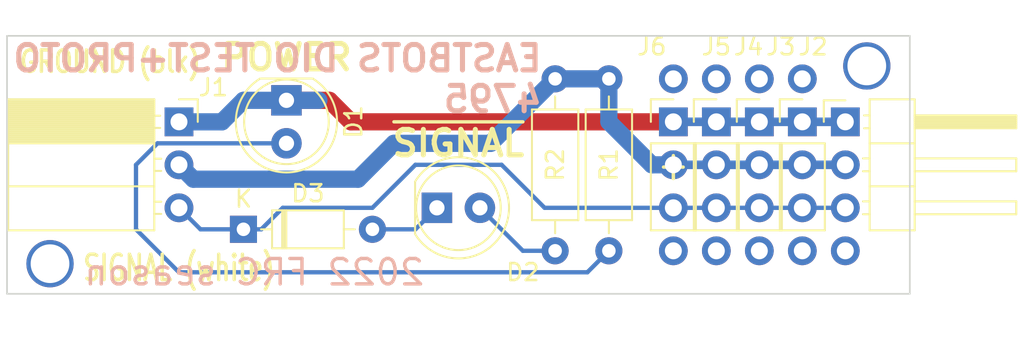
<source format=kicad_pcb>
(kicad_pcb (version 20171130) (host pcbnew 5.1.10-6.fc33)

  (general
    (thickness 1.5748)
    (drawings 15)
    (tracks 42)
    (zones 0)
    (modules 16)
    (nets 7)
  )

  (page A4)
  (layers
    (0 F.Cu signal)
    (31 B.Cu signal)
    (32 B.Adhes user)
    (33 F.Adhes user)
    (34 B.Paste user)
    (35 F.Paste user)
    (36 B.SilkS user)
    (37 F.SilkS user)
    (38 B.Mask user)
    (39 F.Mask user)
    (40 Dwgs.User user)
    (41 Cmts.User user)
    (42 Eco1.User user)
    (43 Eco2.User user)
    (44 Edge.Cuts user)
    (45 Margin user)
    (46 B.CrtYd user)
    (47 F.CrtYd user)
    (48 B.Fab user)
    (49 F.Fab user)
  )

  (setup
    (last_trace_width 0.254)
    (user_trace_width 0.254)
    (user_trace_width 0.508)
    (user_trace_width 0.762)
    (user_trace_width 1.016)
    (user_trace_width 1.27)
    (trace_clearance 0.254)
    (zone_clearance 0.508)
    (zone_45_only no)
    (trace_min 0.254)
    (via_size 0.7874)
    (via_drill 0.381)
    (via_min_size 0.7874)
    (via_min_drill 0.381)
    (uvia_size 0.7874)
    (uvia_drill 0.381)
    (uvias_allowed no)
    (uvia_min_size 0.381)
    (uvia_min_drill 0.1)
    (edge_width 0.1)
    (segment_width 0.2)
    (pcb_text_width 0.3)
    (pcb_text_size 1.5 1.5)
    (mod_edge_width 0.15)
    (mod_text_size 1 1)
    (mod_text_width 0.15)
    (pad_size 1.5 1.5)
    (pad_drill 0.6)
    (pad_to_mask_clearance 0)
    (solder_mask_min_width 0.25)
    (aux_axis_origin 0 0)
    (grid_origin 93.98 102.87)
    (visible_elements 7FFFFFFF)
    (pcbplotparams
      (layerselection 0x010f0_ffffffff)
      (usegerberextensions false)
      (usegerberattributes false)
      (usegerberadvancedattributes false)
      (creategerberjobfile false)
      (excludeedgelayer true)
      (linewidth 0.100000)
      (plotframeref false)
      (viasonmask false)
      (mode 1)
      (useauxorigin false)
      (hpglpennumber 1)
      (hpglpenspeed 20)
      (hpglpendiameter 15.000000)
      (psnegative false)
      (psa4output false)
      (plotreference true)
      (plotvalue true)
      (plotinvisibletext false)
      (padsonsilk false)
      (subtractmaskfromsilk false)
      (outputformat 1)
      (mirror false)
      (drillshape 0)
      (scaleselection 1)
      (outputdirectory "gbr"))
  )

  (net 0 "")
  (net 1 "Net-(D1-Pad2)")
  (net 2 Earth)
  (net 3 "Net-(D2-Pad1)")
  (net 4 "Net-(D2-Pad2)")
  (net 5 /signal)
  (net 6 +5V)

  (net_class Default "This is the default net class."
    (clearance 0.254)
    (trace_width 0.254)
    (via_dia 0.7874)
    (via_drill 0.381)
    (uvia_dia 0.7874)
    (uvia_drill 0.381)
    (diff_pair_width 0.254)
    (diff_pair_gap 0.2032)
    (add_net +5V)
    (add_net /signal)
    (add_net Earth)
    (add_net "Net-(D1-Pad2)")
    (add_net "Net-(D2-Pad1)")
    (add_net "Net-(D2-Pad2)")
  )

  (module sgt-footprints4:Proto_Straight_1x1 (layer F.Cu) (tedit 621969D1) (tstamp 6219D78C)
    (at 133.35 100.33)
    (descr "Through hole proto hole array, 1x03, 2.54mm pitch, single row")
    (tags "Through hole proto area THT 1x03 2.54mm single row")
    (fp_text reference REF** (at 0.508 -2.032) (layer F.SilkS) hide
      (effects (font (size 1 1) (thickness 0.15)))
    )
    (fp_text value Proto_Straight_1x1 (at 0.762 2.286) (layer F.Fab) hide
      (effects (font (size 1.016 1.016) (thickness 0.1524)))
    )
    (fp_text user %R (at 0 2.54 90) (layer F.Fab) hide
      (effects (font (size 1 1) (thickness 0.15)))
    )
    (fp_line (start 1.27 -1.27) (end -1.27 -1.27) (layer F.CrtYd) (width 0.05))
    (fp_line (start 1.27 1.27) (end 1.27 -1.27) (layer F.CrtYd) (width 0.05))
    (fp_line (start -1.27 1.27) (end 1.27 1.27) (layer F.CrtYd) (width 0.05))
    (fp_line (start -1.27 -1.27) (end -1.27 1.27) (layer F.CrtYd) (width 0.05))
    (fp_line (start -1.27 -0.635) (end -0.635 -1.27) (layer F.Fab) (width 0.1))
    (fp_line (start -1.27 1.27) (end -1.27 -0.635) (layer F.Fab) (width 0.1))
    (fp_line (start 1.27 1.27) (end -1.27 1.27) (layer F.Fab) (width 0.1))
    (fp_line (start 1.27 -1.27) (end 1.27 1.27) (layer F.Fab) (width 0.1))
    (fp_line (start -0.635 -1.27) (end 1.27 -1.27) (layer F.Fab) (width 0.1))
    (pad 1 thru_hole oval (at 0 0) (size 1.7 1.7) (drill 1) (layers *.Cu *.Mask))
    (model ${KISYS3DMOD}/Pin_Headers.3dshapes/Pin_Header_Straight_1x03_Pitch2.54mm.wrl
      (at (xyz 0 0 0))
      (scale (xyz 1 1 1))
      (rotate (xyz 0 0 0))
    )
  )

  (module sgt-footprints4:Proto_Straight_1x1 (layer F.Cu) (tedit 621969D1) (tstamp 6219D770)
    (at 135.89 100.33)
    (descr "Through hole proto hole array, 1x03, 2.54mm pitch, single row")
    (tags "Through hole proto area THT 1x03 2.54mm single row")
    (fp_text reference REF** (at 0.508 -2.032) (layer F.SilkS) hide
      (effects (font (size 1 1) (thickness 0.15)))
    )
    (fp_text value Proto_Straight_1x1 (at 0.762 2.286) (layer F.Fab) hide
      (effects (font (size 1.016 1.016) (thickness 0.1524)))
    )
    (fp_line (start -0.635 -1.27) (end 1.27 -1.27) (layer F.Fab) (width 0.1))
    (fp_line (start 1.27 -1.27) (end 1.27 1.27) (layer F.Fab) (width 0.1))
    (fp_line (start 1.27 1.27) (end -1.27 1.27) (layer F.Fab) (width 0.1))
    (fp_line (start -1.27 1.27) (end -1.27 -0.635) (layer F.Fab) (width 0.1))
    (fp_line (start -1.27 -0.635) (end -0.635 -1.27) (layer F.Fab) (width 0.1))
    (fp_line (start -1.27 -1.27) (end -1.27 1.27) (layer F.CrtYd) (width 0.05))
    (fp_line (start -1.27 1.27) (end 1.27 1.27) (layer F.CrtYd) (width 0.05))
    (fp_line (start 1.27 1.27) (end 1.27 -1.27) (layer F.CrtYd) (width 0.05))
    (fp_line (start 1.27 -1.27) (end -1.27 -1.27) (layer F.CrtYd) (width 0.05))
    (fp_text user %R (at 0 2.54 90) (layer F.Fab) hide
      (effects (font (size 1 1) (thickness 0.15)))
    )
    (pad 1 thru_hole oval (at 0 0) (size 1.7 1.7) (drill 1) (layers *.Cu *.Mask))
    (model ${KISYS3DMOD}/Pin_Headers.3dshapes/Pin_Header_Straight_1x03_Pitch2.54mm.wrl
      (at (xyz 0 0 0))
      (scale (xyz 1 1 1))
      (rotate (xyz 0 0 0))
    )
  )

  (module sgt-footprints4:Proto_Straight_1x1 (layer F.Cu) (tedit 621969D1) (tstamp 6219D6EC)
    (at 133.35 90.17)
    (descr "Through hole proto hole array, 1x03, 2.54mm pitch, single row")
    (tags "Through hole proto area THT 1x03 2.54mm single row")
    (fp_text reference REF** (at 0.508 -2.032) (layer F.SilkS) hide
      (effects (font (size 1 1) (thickness 0.15)))
    )
    (fp_text value Proto_Straight_1x1 (at 0.762 2.286) (layer F.Fab) hide
      (effects (font (size 1.016 1.016) (thickness 0.1524)))
    )
    (fp_text user %R (at 0 2.54 90) (layer F.Fab) hide
      (effects (font (size 1 1) (thickness 0.15)))
    )
    (fp_line (start 1.27 -1.27) (end -1.27 -1.27) (layer F.CrtYd) (width 0.05))
    (fp_line (start 1.27 1.27) (end 1.27 -1.27) (layer F.CrtYd) (width 0.05))
    (fp_line (start -1.27 1.27) (end 1.27 1.27) (layer F.CrtYd) (width 0.05))
    (fp_line (start -1.27 -1.27) (end -1.27 1.27) (layer F.CrtYd) (width 0.05))
    (fp_line (start -1.27 -0.635) (end -0.635 -1.27) (layer F.Fab) (width 0.1))
    (fp_line (start -1.27 1.27) (end -1.27 -0.635) (layer F.Fab) (width 0.1))
    (fp_line (start 1.27 1.27) (end -1.27 1.27) (layer F.Fab) (width 0.1))
    (fp_line (start 1.27 -1.27) (end 1.27 1.27) (layer F.Fab) (width 0.1))
    (fp_line (start -0.635 -1.27) (end 1.27 -1.27) (layer F.Fab) (width 0.1))
    (pad 1 thru_hole oval (at 0 0) (size 1.7 1.7) (drill 1) (layers *.Cu *.Mask))
    (model ${KISYS3DMOD}/Pin_Headers.3dshapes/Pin_Header_Straight_1x03_Pitch2.54mm.wrl
      (at (xyz 0 0 0))
      (scale (xyz 1 1 1))
      (rotate (xyz 0 0 0))
    )
  )

  (module Connector_PinHeader_2.54mm:PinHeader_1x03_P2.54mm_Vertical (layer F.Cu) (tedit 59FED5CC) (tstamp 6219CFD4)
    (at 133.35 92.71)
    (descr "Through hole straight pin header, 1x03, 2.54mm pitch, single row")
    (tags "Through hole pin header THT 1x03 2.54mm single row")
    (path /621A3E28)
    (fp_text reference J6 (at -1.27 -4.445) (layer F.SilkS)
      (effects (font (size 1 1) (thickness 0.15)))
    )
    (fp_text value Conn_01x03 (at 0.635 17.145) (layer F.Fab) hide
      (effects (font (size 1 1) (thickness 0.15)))
    )
    (fp_text user %R (at 0 2.54 90) (layer F.Fab)
      (effects (font (size 1 1) (thickness 0.15)))
    )
    (fp_line (start -0.635 -1.27) (end 1.27 -1.27) (layer F.Fab) (width 0.1))
    (fp_line (start 1.27 -1.27) (end 1.27 6.35) (layer F.Fab) (width 0.1))
    (fp_line (start 1.27 6.35) (end -1.27 6.35) (layer F.Fab) (width 0.1))
    (fp_line (start -1.27 6.35) (end -1.27 -0.635) (layer F.Fab) (width 0.1))
    (fp_line (start -1.27 -0.635) (end -0.635 -1.27) (layer F.Fab) (width 0.1))
    (fp_line (start -1.33 6.41) (end 1.33 6.41) (layer F.SilkS) (width 0.12))
    (fp_line (start -1.33 1.27) (end -1.33 6.41) (layer F.SilkS) (width 0.12))
    (fp_line (start 1.33 1.27) (end 1.33 6.41) (layer F.SilkS) (width 0.12))
    (fp_line (start -1.33 1.27) (end 1.33 1.27) (layer F.SilkS) (width 0.12))
    (fp_line (start -1.33 0) (end -1.33 -1.33) (layer F.SilkS) (width 0.12))
    (fp_line (start -1.33 -1.33) (end 0 -1.33) (layer F.SilkS) (width 0.12))
    (fp_line (start -1.8 -1.8) (end -1.8 6.85) (layer F.CrtYd) (width 0.05))
    (fp_line (start -1.8 6.85) (end 1.8 6.85) (layer F.CrtYd) (width 0.05))
    (fp_line (start 1.8 6.85) (end 1.8 -1.8) (layer F.CrtYd) (width 0.05))
    (fp_line (start 1.8 -1.8) (end -1.8 -1.8) (layer F.CrtYd) (width 0.05))
    (pad 3 thru_hole oval (at 0 5.08) (size 1.7 1.7) (drill 1) (layers *.Cu *.Mask)
      (net 5 /signal))
    (pad 2 thru_hole oval (at 0 2.54) (size 1.7 1.7) (drill 1) (layers *.Cu *.Mask)
      (net 6 +5V))
    (pad 1 thru_hole rect (at 0 0) (size 1.7 1.7) (drill 1) (layers *.Cu *.Mask)
      (net 2 Earth))
    (model ${KISYS3DMOD}/Connector_PinHeader_2.54mm.3dshapes/PinHeader_1x03_P2.54mm_Vertical.wrl
      (at (xyz 0 0 0))
      (scale (xyz 1 1 1))
      (rotate (xyz 0 0 0))
    )
  )

  (module Connector_PinHeader_2.54mm:PinHeader_1x03_P2.54mm_Vertical (layer F.Cu) (tedit 59FED5CC) (tstamp 6219CFBD)
    (at 135.89 92.71)
    (descr "Through hole straight pin header, 1x03, 2.54mm pitch, single row")
    (tags "Through hole pin header THT 1x03 2.54mm single row")
    (path /621A335F)
    (fp_text reference J5 (at 0 -4.445) (layer F.SilkS)
      (effects (font (size 1 1) (thickness 0.15)))
    )
    (fp_text value Conn_01x03 (at -1.27 15.875) (layer F.Fab) hide
      (effects (font (size 1 1) (thickness 0.15)))
    )
    (fp_text user %R (at 0 2.54 90) (layer F.Fab)
      (effects (font (size 1 1) (thickness 0.15)))
    )
    (fp_line (start -0.635 -1.27) (end 1.27 -1.27) (layer F.Fab) (width 0.1))
    (fp_line (start 1.27 -1.27) (end 1.27 6.35) (layer F.Fab) (width 0.1))
    (fp_line (start 1.27 6.35) (end -1.27 6.35) (layer F.Fab) (width 0.1))
    (fp_line (start -1.27 6.35) (end -1.27 -0.635) (layer F.Fab) (width 0.1))
    (fp_line (start -1.27 -0.635) (end -0.635 -1.27) (layer F.Fab) (width 0.1))
    (fp_line (start -1.33 6.41) (end 1.33 6.41) (layer F.SilkS) (width 0.12))
    (fp_line (start -1.33 1.27) (end -1.33 6.41) (layer F.SilkS) (width 0.12))
    (fp_line (start 1.33 1.27) (end 1.33 6.41) (layer F.SilkS) (width 0.12))
    (fp_line (start -1.33 1.27) (end 1.33 1.27) (layer F.SilkS) (width 0.12))
    (fp_line (start -1.33 0) (end -1.33 -1.33) (layer F.SilkS) (width 0.12))
    (fp_line (start -1.33 -1.33) (end 0 -1.33) (layer F.SilkS) (width 0.12))
    (fp_line (start -1.8 -1.8) (end -1.8 6.85) (layer F.CrtYd) (width 0.05))
    (fp_line (start -1.8 6.85) (end 1.8 6.85) (layer F.CrtYd) (width 0.05))
    (fp_line (start 1.8 6.85) (end 1.8 -1.8) (layer F.CrtYd) (width 0.05))
    (fp_line (start 1.8 -1.8) (end -1.8 -1.8) (layer F.CrtYd) (width 0.05))
    (pad 3 thru_hole oval (at 0 5.08) (size 1.7 1.7) (drill 1) (layers *.Cu *.Mask)
      (net 5 /signal))
    (pad 2 thru_hole oval (at 0 2.54) (size 1.7 1.7) (drill 1) (layers *.Cu *.Mask)
      (net 6 +5V))
    (pad 1 thru_hole rect (at 0 0) (size 1.7 1.7) (drill 1) (layers *.Cu *.Mask)
      (net 2 Earth))
    (model ${KISYS3DMOD}/Connector_PinHeader_2.54mm.3dshapes/PinHeader_1x03_P2.54mm_Vertical.wrl
      (at (xyz 0 0 0))
      (scale (xyz 1 1 1))
      (rotate (xyz 0 0 0))
    )
  )

  (module sgt-footprints4:Proto_Straight_1x03_Pitch2.54mm (layer F.Cu) (tedit 5CCA4A62) (tstamp 6219C44C)
    (at 135.89 90.17 90)
    (descr "Through hole proto hole array, 1x03, 2.54mm pitch, single row")
    (tags "Through hole proto area THT 1x03 2.54mm single row")
    (fp_text reference REF** (at 0 -2.33 90) (layer F.SilkS) hide
      (effects (font (size 1 1) (thickness 0.15)))
    )
    (fp_text value Proto_Straight_1x03_Pitch2.54mm (at 0 7.41 90) (layer F.Fab) hide
      (effects (font (size 1.016 1.016) (thickness 0.1524)))
    )
    (fp_line (start -0.635 -1.27) (end 1.27 -1.27) (layer F.Fab) (width 0.1))
    (fp_line (start 1.27 -1.27) (end 1.27 6.35) (layer F.Fab) (width 0.1))
    (fp_line (start 1.27 6.35) (end -1.27 6.35) (layer F.Fab) (width 0.1))
    (fp_line (start -1.27 6.35) (end -1.27 -0.635) (layer F.Fab) (width 0.1))
    (fp_line (start -1.27 -0.635) (end -0.635 -1.27) (layer F.Fab) (width 0.1))
    (fp_line (start -1.8 -1.8) (end -1.8 6.85) (layer F.CrtYd) (width 0.05))
    (fp_line (start -1.8 6.85) (end 1.8 6.85) (layer F.CrtYd) (width 0.05))
    (fp_line (start 1.8 6.85) (end 1.8 -1.8) (layer F.CrtYd) (width 0.05))
    (fp_line (start 1.8 -1.8) (end -1.8 -1.8) (layer F.CrtYd) (width 0.05))
    (fp_text user %R (at 0 2.54) (layer F.Fab)
      (effects (font (size 1 1) (thickness 0.15)))
    )
    (pad 1 thru_hole oval (at 0 0 90) (size 1.7 1.7) (drill 1) (layers *.Cu *.Mask))
    (pad 2 thru_hole oval (at 0 2.54 90) (size 1.7 1.7) (drill 1) (layers *.Cu *.Mask))
    (pad 3 thru_hole oval (at 0 5.08 90) (size 1.7 1.7) (drill 1) (layers *.Cu *.Mask))
    (model ${KISYS3DMOD}/Pin_Headers.3dshapes/Pin_Header_Straight_1x03_Pitch2.54mm.wrl
      (at (xyz 0 0 0))
      (scale (xyz 1 1 1))
      (rotate (xyz 0 0 0))
    )
  )

  (module sgt-footprints4:Proto_Straight_1x03_Pitch2.54mm (layer F.Cu) (tedit 5CCA4A62) (tstamp 6219C2DC)
    (at 138.43 100.33 90)
    (descr "Through hole proto hole array, 1x03, 2.54mm pitch, single row")
    (tags "Through hole proto area THT 1x03 2.54mm single row")
    (fp_text reference REF** (at 0 -2.33 90) (layer F.SilkS) hide
      (effects (font (size 1 1) (thickness 0.15)))
    )
    (fp_text value Proto_Straight_1x03_Pitch2.54mm (at 0 7.41 90) (layer F.Fab) hide
      (effects (font (size 1.016 1.016) (thickness 0.1524)))
    )
    (fp_text user %R (at 0 2.54) (layer F.Fab) hide
      (effects (font (size 1 1) (thickness 0.15)))
    )
    (fp_line (start -0.635 -1.27) (end 1.27 -1.27) (layer F.Fab) (width 0.1))
    (fp_line (start 1.27 -1.27) (end 1.27 6.35) (layer F.Fab) (width 0.1))
    (fp_line (start 1.27 6.35) (end -1.27 6.35) (layer F.Fab) (width 0.1))
    (fp_line (start -1.27 6.35) (end -1.27 -0.635) (layer F.Fab) (width 0.1))
    (fp_line (start -1.27 -0.635) (end -0.635 -1.27) (layer F.Fab) (width 0.1))
    (fp_line (start -1.8 -1.8) (end -1.8 6.85) (layer F.CrtYd) (width 0.05))
    (fp_line (start -1.8 6.85) (end 1.8 6.85) (layer F.CrtYd) (width 0.05))
    (fp_line (start 1.8 6.85) (end 1.8 -1.8) (layer F.CrtYd) (width 0.05))
    (fp_line (start 1.8 -1.8) (end -1.8 -1.8) (layer F.CrtYd) (width 0.05))
    (pad 3 thru_hole oval (at 0 5.08 90) (size 1.7 1.7) (drill 1) (layers *.Cu *.Mask))
    (pad 2 thru_hole oval (at 0 2.54 90) (size 1.7 1.7) (drill 1) (layers *.Cu *.Mask))
    (pad 1 thru_hole oval (at 0 0 90) (size 1.7 1.7) (drill 1) (layers *.Cu *.Mask))
    (model ${KISYS3DMOD}/Pin_Headers.3dshapes/Pin_Header_Straight_1x03_Pitch2.54mm.wrl
      (at (xyz 0 0 0))
      (scale (xyz 1 1 1))
      (rotate (xyz 0 0 0))
    )
  )

  (module LED_THT:LED_D5.0mm (layer F.Cu) (tedit 5995936A) (tstamp 5BF20E0B)
    (at 110.49 91.44 270)
    (descr "LED, diameter 5.0mm, 2 pins, http://cdn-reichelt.de/documents/datenblatt/A500/LL-504BC2E-009.pdf")
    (tags "LED diameter 5.0mm 2 pins")
    (path /5BE3B324)
    (fp_text reference D1 (at 1.27 -3.96 270) (layer F.SilkS)
      (effects (font (size 1 1) (thickness 0.15)))
    )
    (fp_text value YELLOW_5mm (at -5.08 0) (layer F.Fab)
      (effects (font (size 1 1) (thickness 0.15)))
    )
    (fp_circle (center 1.27 0) (end 3.77 0) (layer F.Fab) (width 0.1))
    (fp_circle (center 1.27 0) (end 3.77 0) (layer F.SilkS) (width 0.12))
    (fp_line (start -1.23 -1.469694) (end -1.23 1.469694) (layer F.Fab) (width 0.1))
    (fp_line (start -1.29 -1.545) (end -1.29 1.545) (layer F.SilkS) (width 0.12))
    (fp_line (start -1.95 -3.25) (end -1.95 3.25) (layer F.CrtYd) (width 0.05))
    (fp_line (start -1.95 3.25) (end 4.5 3.25) (layer F.CrtYd) (width 0.05))
    (fp_line (start 4.5 3.25) (end 4.5 -3.25) (layer F.CrtYd) (width 0.05))
    (fp_line (start 4.5 -3.25) (end -1.95 -3.25) (layer F.CrtYd) (width 0.05))
    (fp_text user %R (at 1.25 0 270) (layer F.Fab)
      (effects (font (size 0.8 0.8) (thickness 0.2)))
    )
    (fp_arc (start 1.27 0) (end -1.29 1.54483) (angle -148.9) (layer F.SilkS) (width 0.12))
    (fp_arc (start 1.27 0) (end -1.29 -1.54483) (angle 148.9) (layer F.SilkS) (width 0.12))
    (fp_arc (start 1.27 0) (end -1.23 -1.469694) (angle 299.1) (layer F.Fab) (width 0.1))
    (pad 2 thru_hole circle (at 2.54 0 270) (size 1.8 1.8) (drill 0.9) (layers *.Cu *.Mask)
      (net 1 "Net-(D1-Pad2)"))
    (pad 1 thru_hole rect (at 0 0 270) (size 1.8 1.8) (drill 0.9) (layers *.Cu *.Mask)
      (net 2 Earth))
    (model ${KISYS3DMOD}/LED_THT.3dshapes/LED_D5.0mm.wrl
      (at (xyz 0 0 0))
      (scale (xyz 1 1 1))
      (rotate (xyz 0 0 0))
    )
  )

  (module LED_THT:LED_D5.0mm (layer F.Cu) (tedit 5995936A) (tstamp 5BF20E1D)
    (at 119.38 97.79)
    (descr "LED, diameter 5.0mm, 2 pins, http://cdn-reichelt.de/documents/datenblatt/A500/LL-504BC2E-009.pdf")
    (tags "LED diameter 5.0mm 2 pins")
    (path /5BDCCCDE)
    (fp_text reference D2 (at 5.08 3.81) (layer F.SilkS)
      (effects (font (size 1 1) (thickness 0.15)))
    )
    (fp_text value RED_5mm (at 0 7.62) (layer F.Fab)
      (effects (font (size 1 1) (thickness 0.15)))
    )
    (fp_line (start 4.5 -3.25) (end -1.95 -3.25) (layer F.CrtYd) (width 0.05))
    (fp_line (start 4.5 3.25) (end 4.5 -3.25) (layer F.CrtYd) (width 0.05))
    (fp_line (start -1.95 3.25) (end 4.5 3.25) (layer F.CrtYd) (width 0.05))
    (fp_line (start -1.95 -3.25) (end -1.95 3.25) (layer F.CrtYd) (width 0.05))
    (fp_line (start -1.29 -1.545) (end -1.29 1.545) (layer F.SilkS) (width 0.12))
    (fp_line (start -1.23 -1.469694) (end -1.23 1.469694) (layer F.Fab) (width 0.1))
    (fp_circle (center 1.27 0) (end 3.77 0) (layer F.SilkS) (width 0.12))
    (fp_circle (center 1.27 0) (end 3.77 0) (layer F.Fab) (width 0.1))
    (fp_arc (start 1.27 0) (end -1.23 -1.469694) (angle 299.1) (layer F.Fab) (width 0.1))
    (fp_arc (start 1.27 0) (end -1.29 -1.54483) (angle 148.9) (layer F.SilkS) (width 0.12))
    (fp_arc (start 1.27 0) (end -1.29 1.54483) (angle -148.9) (layer F.SilkS) (width 0.12))
    (fp_text user %R (at 1.25 0) (layer F.Fab)
      (effects (font (size 0.8 0.8) (thickness 0.2)))
    )
    (pad 1 thru_hole rect (at 0 0) (size 1.8 1.8) (drill 0.9) (layers *.Cu *.Mask)
      (net 3 "Net-(D2-Pad1)"))
    (pad 2 thru_hole circle (at 2.54 0) (size 1.8 1.8) (drill 0.9) (layers *.Cu *.Mask)
      (net 4 "Net-(D2-Pad2)"))
    (model ${KISYS3DMOD}/LED_THT.3dshapes/LED_D5.0mm.wrl
      (at (xyz 0 0 0))
      (scale (xyz 1 1 1))
      (rotate (xyz 0 0 0))
    )
  )

  (module Diode_THT:D_DO-35_SOD27_P7.62mm_Horizontal (layer F.Cu) (tedit 5AE50CD5) (tstamp 5BF20E3C)
    (at 107.95 99.06)
    (descr "Diode, DO-35_SOD27 series, Axial, Horizontal, pin pitch=7.62mm, , length*diameter=4*2mm^2, , http://www.diodes.com/_files/packages/DO-35.pdf")
    (tags "Diode DO-35_SOD27 series Axial Horizontal pin pitch 7.62mm  length 4mm diameter 2mm")
    (path /5BE3A273)
    (fp_text reference D3 (at 3.81 -2.12) (layer F.SilkS)
      (effects (font (size 1 1) (thickness 0.15)))
    )
    (fp_text value 1N4148 (at 6.858 2.12) (layer F.Fab)
      (effects (font (size 1 1) (thickness 0.15)))
    )
    (fp_line (start 8.67 -1.25) (end -1.05 -1.25) (layer F.CrtYd) (width 0.05))
    (fp_line (start 8.67 1.25) (end 8.67 -1.25) (layer F.CrtYd) (width 0.05))
    (fp_line (start -1.05 1.25) (end 8.67 1.25) (layer F.CrtYd) (width 0.05))
    (fp_line (start -1.05 -1.25) (end -1.05 1.25) (layer F.CrtYd) (width 0.05))
    (fp_line (start 2.29 -1.12) (end 2.29 1.12) (layer F.SilkS) (width 0.12))
    (fp_line (start 2.53 -1.12) (end 2.53 1.12) (layer F.SilkS) (width 0.12))
    (fp_line (start 2.41 -1.12) (end 2.41 1.12) (layer F.SilkS) (width 0.12))
    (fp_line (start 6.58 0) (end 5.93 0) (layer F.SilkS) (width 0.12))
    (fp_line (start 1.04 0) (end 1.69 0) (layer F.SilkS) (width 0.12))
    (fp_line (start 5.93 -1.12) (end 1.69 -1.12) (layer F.SilkS) (width 0.12))
    (fp_line (start 5.93 1.12) (end 5.93 -1.12) (layer F.SilkS) (width 0.12))
    (fp_line (start 1.69 1.12) (end 5.93 1.12) (layer F.SilkS) (width 0.12))
    (fp_line (start 1.69 -1.12) (end 1.69 1.12) (layer F.SilkS) (width 0.12))
    (fp_line (start 2.31 -1) (end 2.31 1) (layer F.Fab) (width 0.1))
    (fp_line (start 2.51 -1) (end 2.51 1) (layer F.Fab) (width 0.1))
    (fp_line (start 2.41 -1) (end 2.41 1) (layer F.Fab) (width 0.1))
    (fp_line (start 7.62 0) (end 5.81 0) (layer F.Fab) (width 0.1))
    (fp_line (start 0 0) (end 1.81 0) (layer F.Fab) (width 0.1))
    (fp_line (start 5.81 -1) (end 1.81 -1) (layer F.Fab) (width 0.1))
    (fp_line (start 5.81 1) (end 5.81 -1) (layer F.Fab) (width 0.1))
    (fp_line (start 1.81 1) (end 5.81 1) (layer F.Fab) (width 0.1))
    (fp_line (start 1.81 -1) (end 1.81 1) (layer F.Fab) (width 0.1))
    (fp_text user %R (at 4.11 0) (layer F.Fab)
      (effects (font (size 0.8 0.8) (thickness 0.12)))
    )
    (fp_text user K (at 0 -1.8) (layer F.Fab)
      (effects (font (size 1 1) (thickness 0.15)))
    )
    (fp_text user K (at 0 -1.8) (layer F.SilkS)
      (effects (font (size 1 1) (thickness 0.15)))
    )
    (pad 1 thru_hole rect (at 0 0) (size 1.6 1.6) (drill 0.8) (layers *.Cu *.Mask)
      (net 5 /signal))
    (pad 2 thru_hole oval (at 7.62 0) (size 1.6 1.6) (drill 0.8) (layers *.Cu *.Mask)
      (net 3 "Net-(D2-Pad1)"))
    (model ${KISYS3DMOD}/Diode_THT.3dshapes/D_DO-35_SOD27_P7.62mm_Horizontal.wrl
      (at (xyz 0 0 0))
      (scale (xyz 1 1 1))
      (rotate (xyz 0 0 0))
    )
  )

  (module Connector_PinSocket_2.54mm:PinSocket_1x03_P2.54mm_Horizontal (layer F.Cu) (tedit 5C140FFB) (tstamp 5BF20E79)
    (at 104.14 92.71)
    (descr "Through hole angled socket strip, 1x03, 2.54mm pitch, 8.51mm socket length, single row (from Kicad 4.0.7), script generated")
    (tags "Through hole angled socket strip THT 1x03 2.54mm single row")
    (path /5BDCDC09)
    (fp_text reference J1 (at 2.032 -2.032) (layer F.SilkS)
      (effects (font (size 1 1) (thickness 0.15)))
    )
    (fp_text value Conn_01x03 (at -2.54 12.7) (layer F.Fab)
      (effects (font (size 1 1) (thickness 0.15)))
    )
    (fp_line (start 1.75 6.85) (end 1.75 -1.8) (layer F.CrtYd) (width 0.05))
    (fp_line (start -10.55 6.85) (end 1.75 6.85) (layer F.CrtYd) (width 0.05))
    (fp_line (start -10.55 -1.8) (end -10.55 6.85) (layer F.CrtYd) (width 0.05))
    (fp_line (start 1.75 -1.8) (end -10.55 -1.8) (layer F.CrtYd) (width 0.05))
    (fp_line (start 0 -1.33) (end 1.11 -1.33) (layer F.SilkS) (width 0.12))
    (fp_line (start 1.11 -1.33) (end 1.11 0) (layer F.SilkS) (width 0.12))
    (fp_line (start -10.09 -1.33) (end -10.09 6.41) (layer F.SilkS) (width 0.12))
    (fp_line (start -10.09 6.41) (end -1.46 6.41) (layer F.SilkS) (width 0.12))
    (fp_line (start -1.46 -1.33) (end -1.46 6.41) (layer F.SilkS) (width 0.12))
    (fp_line (start -10.09 -1.33) (end -1.46 -1.33) (layer F.SilkS) (width 0.12))
    (fp_line (start -10.09 3.81) (end -1.46 3.81) (layer F.SilkS) (width 0.12))
    (fp_line (start -10.09 1.27) (end -1.46 1.27) (layer F.SilkS) (width 0.12))
    (fp_line (start -1.46 5.44) (end -1.05 5.44) (layer F.SilkS) (width 0.12))
    (fp_line (start -1.46 4.72) (end -1.05 4.72) (layer F.SilkS) (width 0.12))
    (fp_line (start -1.46 2.9) (end -1.05 2.9) (layer F.SilkS) (width 0.12))
    (fp_line (start -1.46 2.18) (end -1.05 2.18) (layer F.SilkS) (width 0.12))
    (fp_line (start -1.46 0.36) (end -1.11 0.36) (layer F.SilkS) (width 0.12))
    (fp_line (start -1.46 -0.36) (end -1.11 -0.36) (layer F.SilkS) (width 0.12))
    (fp_line (start -10.09 1.1519) (end -1.46 1.1519) (layer F.SilkS) (width 0.12))
    (fp_line (start -10.09 1.033805) (end -1.46 1.033805) (layer F.SilkS) (width 0.12))
    (fp_line (start -10.09 0.91571) (end -1.46 0.91571) (layer F.SilkS) (width 0.12))
    (fp_line (start -10.09 0.797615) (end -1.46 0.797615) (layer F.SilkS) (width 0.12))
    (fp_line (start -10.09 0.67952) (end -1.46 0.67952) (layer F.SilkS) (width 0.12))
    (fp_line (start -10.09 0.561425) (end -1.46 0.561425) (layer F.SilkS) (width 0.12))
    (fp_line (start -10.09 0.44333) (end -1.46 0.44333) (layer F.SilkS) (width 0.12))
    (fp_line (start -10.09 0.325235) (end -1.46 0.325235) (layer F.SilkS) (width 0.12))
    (fp_line (start -10.09 0.20714) (end -1.46 0.20714) (layer F.SilkS) (width 0.12))
    (fp_line (start -10.09 0.089045) (end -1.46 0.089045) (layer F.SilkS) (width 0.12))
    (fp_line (start -10.09 -0.02905) (end -1.46 -0.02905) (layer F.SilkS) (width 0.12))
    (fp_line (start -10.09 -0.147145) (end -1.46 -0.147145) (layer F.SilkS) (width 0.12))
    (fp_line (start -10.09 -0.26524) (end -1.46 -0.26524) (layer F.SilkS) (width 0.12))
    (fp_line (start -10.09 -0.383335) (end -1.46 -0.383335) (layer F.SilkS) (width 0.12))
    (fp_line (start -10.09 -0.50143) (end -1.46 -0.50143) (layer F.SilkS) (width 0.12))
    (fp_line (start -10.09 -0.619525) (end -1.46 -0.619525) (layer F.SilkS) (width 0.12))
    (fp_line (start -10.09 -0.73762) (end -1.46 -0.73762) (layer F.SilkS) (width 0.12))
    (fp_line (start -10.09 -0.855715) (end -1.46 -0.855715) (layer F.SilkS) (width 0.12))
    (fp_line (start -10.09 -0.97381) (end -1.46 -0.97381) (layer F.SilkS) (width 0.12))
    (fp_line (start -10.09 -1.091905) (end -1.46 -1.091905) (layer F.SilkS) (width 0.12))
    (fp_line (start -10.09 -1.21) (end -1.46 -1.21) (layer F.SilkS) (width 0.12))
    (fp_line (start 0 5.38) (end 0 4.78) (layer F.Fab) (width 0.1))
    (fp_line (start -1.52 5.38) (end 0 5.38) (layer F.Fab) (width 0.1))
    (fp_line (start 0 4.78) (end -1.52 4.78) (layer F.Fab) (width 0.1))
    (fp_line (start 0 2.84) (end 0 2.24) (layer F.Fab) (width 0.1))
    (fp_line (start -1.52 2.84) (end 0 2.84) (layer F.Fab) (width 0.1))
    (fp_line (start 0 2.24) (end -1.52 2.24) (layer F.Fab) (width 0.1))
    (fp_line (start 0 0.3) (end 0 -0.3) (layer F.Fab) (width 0.1))
    (fp_line (start -1.52 0.3) (end 0 0.3) (layer F.Fab) (width 0.1))
    (fp_line (start 0 -0.3) (end -1.52 -0.3) (layer F.Fab) (width 0.1))
    (fp_line (start -10.03 6.35) (end -10.03 -1.27) (layer F.Fab) (width 0.1))
    (fp_line (start -1.52 6.35) (end -10.03 6.35) (layer F.Fab) (width 0.1))
    (fp_line (start -1.52 -0.3) (end -1.52 6.35) (layer F.Fab) (width 0.1))
    (fp_line (start -2.49 -1.27) (end -1.52 -0.3) (layer F.Fab) (width 0.1))
    (fp_line (start -10.03 -1.27) (end -2.49 -1.27) (layer F.Fab) (width 0.1))
    (fp_text user %R (at -5.775 2.54) (layer F.Fab)
      (effects (font (size 1 1) (thickness 0.15)))
    )
    (pad 1 thru_hole rect (at 0 0) (size 1.7 1.7) (drill 1) (layers *.Cu *.Mask)
      (net 2 Earth))
    (pad 2 thru_hole oval (at 0 2.54) (size 1.7 1.7) (drill 1) (layers *.Cu *.Mask)
      (net 6 +5V))
    (pad 3 thru_hole oval (at 0 5.08) (size 1.7 1.7) (drill 1) (layers *.Cu *.Mask)
      (net 5 /signal))
    (model ${KISYS3DMOD}/Connector_PinSocket_2.54mm.3dshapes/PinSocket_1x03_P2.54mm_Horizontal.wrl
      (at (xyz 0 0 0))
      (scale (xyz 1 1 1))
      (rotate (xyz 0 0 0))
    )
  )

  (module Connector_PinHeader_2.54mm:PinHeader_1x03_P2.54mm_Horizontal (layer F.Cu) (tedit 59FED5CB) (tstamp 5BF20EB9)
    (at 143.51 92.71)
    (descr "Through hole angled pin header, 1x03, 2.54mm pitch, 6mm pin length, single row")
    (tags "Through hole angled pin header THT 1x03 2.54mm single row")
    (path /5BDCE519)
    (fp_text reference J2 (at -1.905 -4.445) (layer F.SilkS)
      (effects (font (size 1 1) (thickness 0.15)))
    )
    (fp_text value Conn_01x03 (at 3.81 12.7) (layer F.Fab)
      (effects (font (size 1 1) (thickness 0.15)))
    )
    (fp_line (start 10.55 -1.8) (end -1.8 -1.8) (layer F.CrtYd) (width 0.05))
    (fp_line (start 10.55 6.85) (end 10.55 -1.8) (layer F.CrtYd) (width 0.05))
    (fp_line (start -1.8 6.85) (end 10.55 6.85) (layer F.CrtYd) (width 0.05))
    (fp_line (start -1.8 -1.8) (end -1.8 6.85) (layer F.CrtYd) (width 0.05))
    (fp_line (start -1.27 -1.27) (end 0 -1.27) (layer F.SilkS) (width 0.12))
    (fp_line (start -1.27 0) (end -1.27 -1.27) (layer F.SilkS) (width 0.12))
    (fp_line (start 1.042929 5.46) (end 1.44 5.46) (layer F.SilkS) (width 0.12))
    (fp_line (start 1.042929 4.7) (end 1.44 4.7) (layer F.SilkS) (width 0.12))
    (fp_line (start 10.1 5.46) (end 4.1 5.46) (layer F.SilkS) (width 0.12))
    (fp_line (start 10.1 4.7) (end 10.1 5.46) (layer F.SilkS) (width 0.12))
    (fp_line (start 4.1 4.7) (end 10.1 4.7) (layer F.SilkS) (width 0.12))
    (fp_line (start 1.44 3.81) (end 4.1 3.81) (layer F.SilkS) (width 0.12))
    (fp_line (start 1.042929 2.92) (end 1.44 2.92) (layer F.SilkS) (width 0.12))
    (fp_line (start 1.042929 2.16) (end 1.44 2.16) (layer F.SilkS) (width 0.12))
    (fp_line (start 10.1 2.92) (end 4.1 2.92) (layer F.SilkS) (width 0.12))
    (fp_line (start 10.1 2.16) (end 10.1 2.92) (layer F.SilkS) (width 0.12))
    (fp_line (start 4.1 2.16) (end 10.1 2.16) (layer F.SilkS) (width 0.12))
    (fp_line (start 1.44 1.27) (end 4.1 1.27) (layer F.SilkS) (width 0.12))
    (fp_line (start 1.11 0.38) (end 1.44 0.38) (layer F.SilkS) (width 0.12))
    (fp_line (start 1.11 -0.38) (end 1.44 -0.38) (layer F.SilkS) (width 0.12))
    (fp_line (start 4.1 0.28) (end 10.1 0.28) (layer F.SilkS) (width 0.12))
    (fp_line (start 4.1 0.16) (end 10.1 0.16) (layer F.SilkS) (width 0.12))
    (fp_line (start 4.1 0.04) (end 10.1 0.04) (layer F.SilkS) (width 0.12))
    (fp_line (start 4.1 -0.08) (end 10.1 -0.08) (layer F.SilkS) (width 0.12))
    (fp_line (start 4.1 -0.2) (end 10.1 -0.2) (layer F.SilkS) (width 0.12))
    (fp_line (start 4.1 -0.32) (end 10.1 -0.32) (layer F.SilkS) (width 0.12))
    (fp_line (start 10.1 0.38) (end 4.1 0.38) (layer F.SilkS) (width 0.12))
    (fp_line (start 10.1 -0.38) (end 10.1 0.38) (layer F.SilkS) (width 0.12))
    (fp_line (start 4.1 -0.38) (end 10.1 -0.38) (layer F.SilkS) (width 0.12))
    (fp_line (start 4.1 -1.33) (end 1.44 -1.33) (layer F.SilkS) (width 0.12))
    (fp_line (start 4.1 6.41) (end 4.1 -1.33) (layer F.SilkS) (width 0.12))
    (fp_line (start 1.44 6.41) (end 4.1 6.41) (layer F.SilkS) (width 0.12))
    (fp_line (start 1.44 -1.33) (end 1.44 6.41) (layer F.SilkS) (width 0.12))
    (fp_line (start 4.04 5.4) (end 10.04 5.4) (layer F.Fab) (width 0.1))
    (fp_line (start 10.04 4.76) (end 10.04 5.4) (layer F.Fab) (width 0.1))
    (fp_line (start 4.04 4.76) (end 10.04 4.76) (layer F.Fab) (width 0.1))
    (fp_line (start -0.32 5.4) (end 1.5 5.4) (layer F.Fab) (width 0.1))
    (fp_line (start -0.32 4.76) (end -0.32 5.4) (layer F.Fab) (width 0.1))
    (fp_line (start -0.32 4.76) (end 1.5 4.76) (layer F.Fab) (width 0.1))
    (fp_line (start 4.04 2.86) (end 10.04 2.86) (layer F.Fab) (width 0.1))
    (fp_line (start 10.04 2.22) (end 10.04 2.86) (layer F.Fab) (width 0.1))
    (fp_line (start 4.04 2.22) (end 10.04 2.22) (layer F.Fab) (width 0.1))
    (fp_line (start -0.32 2.86) (end 1.5 2.86) (layer F.Fab) (width 0.1))
    (fp_line (start -0.32 2.22) (end -0.32 2.86) (layer F.Fab) (width 0.1))
    (fp_line (start -0.32 2.22) (end 1.5 2.22) (layer F.Fab) (width 0.1))
    (fp_line (start 4.04 0.32) (end 10.04 0.32) (layer F.Fab) (width 0.1))
    (fp_line (start 10.04 -0.32) (end 10.04 0.32) (layer F.Fab) (width 0.1))
    (fp_line (start 4.04 -0.32) (end 10.04 -0.32) (layer F.Fab) (width 0.1))
    (fp_line (start -0.32 0.32) (end 1.5 0.32) (layer F.Fab) (width 0.1))
    (fp_line (start -0.32 -0.32) (end -0.32 0.32) (layer F.Fab) (width 0.1))
    (fp_line (start -0.32 -0.32) (end 1.5 -0.32) (layer F.Fab) (width 0.1))
    (fp_line (start 1.5 -0.635) (end 2.135 -1.27) (layer F.Fab) (width 0.1))
    (fp_line (start 1.5 6.35) (end 1.5 -0.635) (layer F.Fab) (width 0.1))
    (fp_line (start 4.04 6.35) (end 1.5 6.35) (layer F.Fab) (width 0.1))
    (fp_line (start 4.04 -1.27) (end 4.04 6.35) (layer F.Fab) (width 0.1))
    (fp_line (start 2.135 -1.27) (end 4.04 -1.27) (layer F.Fab) (width 0.1))
    (fp_text user %R (at 2.77 2.54 90) (layer F.Fab)
      (effects (font (size 1 1) (thickness 0.15)))
    )
    (pad 1 thru_hole rect (at 0 0) (size 1.7 1.7) (drill 1) (layers *.Cu *.Mask)
      (net 2 Earth))
    (pad 2 thru_hole oval (at 0 2.54) (size 1.7 1.7) (drill 1) (layers *.Cu *.Mask)
      (net 6 +5V))
    (pad 3 thru_hole oval (at 0 5.08) (size 1.7 1.7) (drill 1) (layers *.Cu *.Mask)
      (net 5 /signal))
    (model ${KISYS3DMOD}/Connector_PinHeader_2.54mm.3dshapes/PinHeader_1x03_P2.54mm_Horizontal.wrl
      (at (xyz 0 0 0))
      (scale (xyz 1 1 1))
      (rotate (xyz 0 0 0))
    )
  )

  (module Connector_PinHeader_2.54mm:PinHeader_1x03_P2.54mm_Vertical (layer F.Cu) (tedit 59FED5CC) (tstamp 5BF20ED0)
    (at 140.97 92.71)
    (descr "Through hole straight pin header, 1x03, 2.54mm pitch, single row")
    (tags "Through hole pin header THT 1x03 2.54mm single row")
    (path /5BE3BA2C)
    (fp_text reference J3 (at -1.27 -4.445) (layer F.SilkS)
      (effects (font (size 1 1) (thickness 0.15)))
    )
    (fp_text value Conn_01x03 (at 2.54 11.43) (layer F.Fab)
      (effects (font (size 1 1) (thickness 0.15)))
    )
    (fp_line (start 1.8 -1.8) (end -1.8 -1.8) (layer F.CrtYd) (width 0.05))
    (fp_line (start 1.8 6.85) (end 1.8 -1.8) (layer F.CrtYd) (width 0.05))
    (fp_line (start -1.8 6.85) (end 1.8 6.85) (layer F.CrtYd) (width 0.05))
    (fp_line (start -1.8 -1.8) (end -1.8 6.85) (layer F.CrtYd) (width 0.05))
    (fp_line (start -1.33 -1.33) (end 0 -1.33) (layer F.SilkS) (width 0.12))
    (fp_line (start -1.33 0) (end -1.33 -1.33) (layer F.SilkS) (width 0.12))
    (fp_line (start -1.33 1.27) (end 1.33 1.27) (layer F.SilkS) (width 0.12))
    (fp_line (start 1.33 1.27) (end 1.33 6.41) (layer F.SilkS) (width 0.12))
    (fp_line (start -1.33 1.27) (end -1.33 6.41) (layer F.SilkS) (width 0.12))
    (fp_line (start -1.33 6.41) (end 1.33 6.41) (layer F.SilkS) (width 0.12))
    (fp_line (start -1.27 -0.635) (end -0.635 -1.27) (layer F.Fab) (width 0.1))
    (fp_line (start -1.27 6.35) (end -1.27 -0.635) (layer F.Fab) (width 0.1))
    (fp_line (start 1.27 6.35) (end -1.27 6.35) (layer F.Fab) (width 0.1))
    (fp_line (start 1.27 -1.27) (end 1.27 6.35) (layer F.Fab) (width 0.1))
    (fp_line (start -0.635 -1.27) (end 1.27 -1.27) (layer F.Fab) (width 0.1))
    (fp_text user %R (at 0 2.54 90) (layer F.Fab)
      (effects (font (size 1 1) (thickness 0.15)))
    )
    (pad 1 thru_hole rect (at 0 0) (size 1.7 1.7) (drill 1) (layers *.Cu *.Mask)
      (net 2 Earth))
    (pad 2 thru_hole oval (at 0 2.54) (size 1.7 1.7) (drill 1) (layers *.Cu *.Mask)
      (net 6 +5V))
    (pad 3 thru_hole oval (at 0 5.08) (size 1.7 1.7) (drill 1) (layers *.Cu *.Mask)
      (net 5 /signal))
    (model ${KISYS3DMOD}/Connector_PinHeader_2.54mm.3dshapes/PinHeader_1x03_P2.54mm_Vertical.wrl
      (at (xyz 0 0 0))
      (scale (xyz 1 1 1))
      (rotate (xyz 0 0 0))
    )
  )

  (module Connector_PinHeader_2.54mm:PinHeader_1x03_P2.54mm_Vertical (layer F.Cu) (tedit 5C140FAA) (tstamp 5BF20EE7)
    (at 138.43 92.71)
    (descr "Through hole straight pin header, 1x03, 2.54mm pitch, single row")
    (tags "Through hole pin header THT 1x03 2.54mm single row")
    (path /5BE3D123)
    (fp_text reference J4 (at -0.635 -4.445) (layer F.SilkS)
      (effects (font (size 1 1) (thickness 0.15)))
    )
    (fp_text value Conn_01x03 (at 0 12.7) (layer F.Fab)
      (effects (font (size 1 1) (thickness 0.15)))
    )
    (fp_line (start -0.635 -1.27) (end 1.27 -1.27) (layer F.Fab) (width 0.1))
    (fp_line (start 1.27 -1.27) (end 1.27 6.35) (layer F.Fab) (width 0.1))
    (fp_line (start 1.27 6.35) (end -1.27 6.35) (layer F.Fab) (width 0.1))
    (fp_line (start -1.27 6.35) (end -1.27 -0.635) (layer F.Fab) (width 0.1))
    (fp_line (start -1.27 -0.635) (end -0.635 -1.27) (layer F.Fab) (width 0.1))
    (fp_line (start -1.33 6.41) (end 1.33 6.41) (layer F.SilkS) (width 0.12))
    (fp_line (start -1.33 1.27) (end -1.33 6.41) (layer F.SilkS) (width 0.12))
    (fp_line (start 1.33 1.27) (end 1.33 6.41) (layer F.SilkS) (width 0.12))
    (fp_line (start -1.33 1.27) (end 1.33 1.27) (layer F.SilkS) (width 0.12))
    (fp_line (start -1.33 0) (end -1.33 -1.33) (layer F.SilkS) (width 0.12))
    (fp_line (start -1.33 -1.33) (end 0 -1.33) (layer F.SilkS) (width 0.12))
    (fp_line (start -1.8 -1.8) (end -1.8 6.85) (layer F.CrtYd) (width 0.05))
    (fp_line (start -1.8 6.85) (end 1.8 6.85) (layer F.CrtYd) (width 0.05))
    (fp_line (start 1.8 6.85) (end 1.8 -1.8) (layer F.CrtYd) (width 0.05))
    (fp_line (start 1.8 -1.8) (end -1.8 -1.8) (layer F.CrtYd) (width 0.05))
    (fp_text user %R (at 0 2.54 90) (layer F.Fab)
      (effects (font (size 1 1) (thickness 0.15)))
    )
    (pad 3 thru_hole oval (at 0 5.08) (size 1.7 1.7) (drill 1) (layers *.Cu *.Mask)
      (net 5 /signal))
    (pad 2 thru_hole oval (at 0 2.54) (size 1.7 1.7) (drill 1) (layers *.Cu *.Mask)
      (net 6 +5V))
    (pad 1 thru_hole rect (at 0 0) (size 1.7 1.7) (drill 1) (layers *.Cu *.Mask)
      (net 2 Earth))
    (model ${KISYS3DMOD}/Connector_PinHeader_2.54mm.3dshapes/PinHeader_1x03_P2.54mm_Vertical.wrl
      (at (xyz 0 0 0))
      (scale (xyz 1 1 1))
      (rotate (xyz 0 0 0))
    )
  )

  (module Resistor_THT:R_Axial_DIN0207_L6.3mm_D2.5mm_P10.16mm_Horizontal (layer F.Cu) (tedit 5AE5139B) (tstamp 5BF20EFE)
    (at 129.54 90.17 270)
    (descr "Resistor, Axial_DIN0207 series, Axial, Horizontal, pin pitch=10.16mm, 0.25W = 1/4W, length*diameter=6.3*2.5mm^2, http://cdn-reichelt.de/documents/datenblatt/B400/1_4W%23YAG.pdf")
    (tags "Resistor Axial_DIN0207 series Axial Horizontal pin pitch 10.16mm 0.25W = 1/4W length 6.3mm diameter 2.5mm")
    (path /5BE3B32A)
    (fp_text reference R1 (at 5.08 0 270) (layer F.SilkS)
      (effects (font (size 1 1) (thickness 0.15)))
    )
    (fp_text value 2.2K (at 5.08 2.37 270) (layer F.Fab)
      (effects (font (size 1 1) (thickness 0.15)))
    )
    (fp_line (start 1.93 -1.25) (end 1.93 1.25) (layer F.Fab) (width 0.1))
    (fp_line (start 1.93 1.25) (end 8.23 1.25) (layer F.Fab) (width 0.1))
    (fp_line (start 8.23 1.25) (end 8.23 -1.25) (layer F.Fab) (width 0.1))
    (fp_line (start 8.23 -1.25) (end 1.93 -1.25) (layer F.Fab) (width 0.1))
    (fp_line (start 0 0) (end 1.93 0) (layer F.Fab) (width 0.1))
    (fp_line (start 10.16 0) (end 8.23 0) (layer F.Fab) (width 0.1))
    (fp_line (start 1.81 -1.37) (end 1.81 1.37) (layer F.SilkS) (width 0.12))
    (fp_line (start 1.81 1.37) (end 8.35 1.37) (layer F.SilkS) (width 0.12))
    (fp_line (start 8.35 1.37) (end 8.35 -1.37) (layer F.SilkS) (width 0.12))
    (fp_line (start 8.35 -1.37) (end 1.81 -1.37) (layer F.SilkS) (width 0.12))
    (fp_line (start 1.04 0) (end 1.81 0) (layer F.SilkS) (width 0.12))
    (fp_line (start 9.12 0) (end 8.35 0) (layer F.SilkS) (width 0.12))
    (fp_line (start -1.05 -1.5) (end -1.05 1.5) (layer F.CrtYd) (width 0.05))
    (fp_line (start -1.05 1.5) (end 11.21 1.5) (layer F.CrtYd) (width 0.05))
    (fp_line (start 11.21 1.5) (end 11.21 -1.5) (layer F.CrtYd) (width 0.05))
    (fp_line (start 11.21 -1.5) (end -1.05 -1.5) (layer F.CrtYd) (width 0.05))
    (fp_text user %R (at 5.08 0 270) (layer F.Fab)
      (effects (font (size 1 1) (thickness 0.15)))
    )
    (pad 2 thru_hole oval (at 10.16 0 270) (size 1.6 1.6) (drill 0.8) (layers *.Cu *.Mask)
      (net 1 "Net-(D1-Pad2)"))
    (pad 1 thru_hole circle (at 0 0 270) (size 1.6 1.6) (drill 0.8) (layers *.Cu *.Mask)
      (net 6 +5V))
    (model ${KISYS3DMOD}/Resistor_THT.3dshapes/R_Axial_DIN0207_L6.3mm_D2.5mm_P10.16mm_Horizontal.wrl
      (at (xyz 0 0 0))
      (scale (xyz 1 1 1))
      (rotate (xyz 0 0 0))
    )
  )

  (module Resistor_THT:R_Axial_DIN0207_L6.3mm_D2.5mm_P10.16mm_Horizontal (layer F.Cu) (tedit 5AE5139B) (tstamp 5BF20F15)
    (at 126.365 90.17 270)
    (descr "Resistor, Axial_DIN0207 series, Axial, Horizontal, pin pitch=10.16mm, 0.25W = 1/4W, length*diameter=6.3*2.5mm^2, http://cdn-reichelt.de/documents/datenblatt/B400/1_4W%23YAG.pdf")
    (tags "Resistor Axial_DIN0207 series Axial Horizontal pin pitch 10.16mm 0.25W = 1/4W length 6.3mm diameter 2.5mm")
    (path /5BDCD126)
    (fp_text reference R2 (at 5.08 0 270) (layer F.SilkS)
      (effects (font (size 1 1) (thickness 0.15)))
    )
    (fp_text value 2.2K (at 5.08 2.37 270) (layer F.Fab)
      (effects (font (size 1 1) (thickness 0.15)))
    )
    (fp_line (start 11.21 -1.5) (end -1.05 -1.5) (layer F.CrtYd) (width 0.05))
    (fp_line (start 11.21 1.5) (end 11.21 -1.5) (layer F.CrtYd) (width 0.05))
    (fp_line (start -1.05 1.5) (end 11.21 1.5) (layer F.CrtYd) (width 0.05))
    (fp_line (start -1.05 -1.5) (end -1.05 1.5) (layer F.CrtYd) (width 0.05))
    (fp_line (start 9.12 0) (end 8.35 0) (layer F.SilkS) (width 0.12))
    (fp_line (start 1.04 0) (end 1.81 0) (layer F.SilkS) (width 0.12))
    (fp_line (start 8.35 -1.37) (end 1.81 -1.37) (layer F.SilkS) (width 0.12))
    (fp_line (start 8.35 1.37) (end 8.35 -1.37) (layer F.SilkS) (width 0.12))
    (fp_line (start 1.81 1.37) (end 8.35 1.37) (layer F.SilkS) (width 0.12))
    (fp_line (start 1.81 -1.37) (end 1.81 1.37) (layer F.SilkS) (width 0.12))
    (fp_line (start 10.16 0) (end 8.23 0) (layer F.Fab) (width 0.1))
    (fp_line (start 0 0) (end 1.93 0) (layer F.Fab) (width 0.1))
    (fp_line (start 8.23 -1.25) (end 1.93 -1.25) (layer F.Fab) (width 0.1))
    (fp_line (start 8.23 1.25) (end 8.23 -1.25) (layer F.Fab) (width 0.1))
    (fp_line (start 1.93 1.25) (end 8.23 1.25) (layer F.Fab) (width 0.1))
    (fp_line (start 1.93 -1.25) (end 1.93 1.25) (layer F.Fab) (width 0.1))
    (fp_text user %R (at 5.08 0 270) (layer F.Fab)
      (effects (font (size 1 1) (thickness 0.15)))
    )
    (pad 1 thru_hole circle (at 0 0 270) (size 1.6 1.6) (drill 0.8) (layers *.Cu *.Mask)
      (net 6 +5V))
    (pad 2 thru_hole oval (at 10.16 0 270) (size 1.6 1.6) (drill 0.8) (layers *.Cu *.Mask)
      (net 4 "Net-(D2-Pad2)"))
    (model ${KISYS3DMOD}/Resistor_THT.3dshapes/R_Axial_DIN0207_L6.3mm_D2.5mm_P10.16mm_Horizontal.wrl
      (at (xyz 0 0 0))
      (scale (xyz 1 1 1))
      (rotate (xyz 0 0 0))
    )
  )

  (gr_text "2022 FRC season" (at 108.585 101.6) (layer B.SilkS)
    (effects (font (size 1.5 1.5) (thickness 0.2032)) (justify mirror))
  )
  (gr_text "SIGNAL (white)" (at 104.14 101.346) (layer F.SilkS)
    (effects (font (size 1.5 1.016) (thickness 0.2032)))
  )
  (gr_text "GROUND (blk)" (at 100.076 89.154) (layer F.SilkS)
    (effects (font (size 1.27 1.016) (thickness 0.2032)))
  )
  (gr_text + (at 133.35 95.25) (layer F.SilkS)
    (effects (font (size 1.778 1.524) (thickness 0.2032)))
  )
  (gr_line (start 119.38 104.14) (end 120.65 101.6) (layer F.Fab) (width 0.2))
  (gr_line (start 102.87 105.41) (end 101.6 100.33) (layer F.Fab) (width 0.2))
  (gr_text "EASTBOTS DIO TEST+PROTO\n4795" (at 125.73 90.17) (layer B.SilkS)
    (effects (font (size 1.5 1.5) (thickness 0.3)) (justify left mirror))
  )
  (gr_line (start 123.19 92.71) (end 124.46 92.71) (layer F.SilkS) (width 0.2))
  (gr_line (start 116.84 92.71) (end 123.19 92.71) (layer F.SilkS) (width 0.2))
  (gr_text SIGNAL (at 120.65 93.98) (layer F.SilkS)
    (effects (font (size 1.5 1.5) (thickness 0.3)))
  )
  (gr_text POWER (at 110.49 88.9) (layer F.SilkS)
    (effects (font (size 1.5 1.5) (thickness 0.3)))
  )
  (gr_line (start 93.98 87.63) (end 93.98 102.87) (layer Edge.Cuts) (width 0.1))
  (gr_line (start 147.32 87.63) (end 93.98 87.63) (layer Edge.Cuts) (width 0.1))
  (gr_line (start 147.32 102.87) (end 147.32 87.63) (layer Edge.Cuts) (width 0.1))
  (gr_line (start 93.98 102.87) (end 147.32 102.87) (layer Edge.Cuts) (width 0.1))

  (via (at 144.78 89.408) (size 2.794) (drill 2.286) (layers F.Cu B.Cu) (net 0))
  (via (at 96.52 101.092) (size 2.794) (drill 2.286) (layers F.Cu B.Cu) (net 0) (tstamp 5C464CA1))
  (segment (start 102.87 93.98) (end 101.6 95.25) (width 0.254) (layer B.Cu) (net 1))
  (segment (start 110.49 93.98) (end 102.87 93.98) (width 0.254) (layer B.Cu) (net 1))
  (segment (start 101.6 95.25) (end 101.6 99.06) (width 0.254) (layer B.Cu) (net 1))
  (segment (start 129.54 100.33) (end 128.27 101.6) (width 0.254) (layer B.Cu) (net 1))
  (segment (start 104.14 101.6) (end 101.6 99.06) (width 0.254) (layer B.Cu) (net 1))
  (segment (start 128.27 101.6) (end 104.14 101.6) (width 0.254) (layer B.Cu) (net 1))
  (segment (start 143.51 92.71) (end 135.89 92.71) (width 0.508) (layer B.Cu) (net 2))
  (segment (start 112.406 91.44) (end 110.49 91.44) (width 1.016) (layer B.Cu) (net 2))
  (segment (start 104.14 92.71) (end 106.68 92.71) (width 1.016) (layer B.Cu) (net 2))
  (segment (start 107.95 91.44) (end 110.49 91.44) (width 1.016) (layer B.Cu) (net 2))
  (segment (start 106.68 92.71) (end 107.95 91.44) (width 1.016) (layer B.Cu) (net 2))
  (segment (start 135.89 92.71) (end 133.35 92.71) (width 0.508) (layer B.Cu) (net 2))
  (segment (start 133.35 92.71) (end 114.3 92.71) (width 1.016) (layer F.Cu) (net 2))
  (segment (start 114.3 92.71) (end 113.03 91.44) (width 1.016) (layer F.Cu) (net 2))
  (segment (start 113.03 91.44) (end 110.49 91.44) (width 1.016) (layer F.Cu) (net 2))
  (segment (start 115.57 99.06) (end 118.11 99.06) (width 0.254) (layer B.Cu) (net 3))
  (segment (start 118.11 99.06) (end 119.38 97.79) (width 0.254) (layer B.Cu) (net 3))
  (segment (start 121.92 97.79) (end 124.46 100.33) (width 0.254) (layer B.Cu) (net 4))
  (segment (start 126.365 100.33) (end 124.46 100.33) (width 0.254) (layer B.Cu) (net 4))
  (segment (start 135.89 97.79) (end 143.51 97.79) (width 0.254) (layer B.Cu) (net 5))
  (segment (start 125.741592 97.79) (end 123.201592 95.25) (width 0.254) (layer B.Cu) (net 5))
  (segment (start 135.89 97.79) (end 125.741592 97.79) (width 0.254) (layer B.Cu) (net 5))
  (segment (start 109.004 99.06) (end 110.274 97.79) (width 0.254) (layer B.Cu) (net 5))
  (segment (start 107.95 99.06) (end 109.004 99.06) (width 0.254) (layer B.Cu) (net 5))
  (segment (start 110.274 97.79) (end 115.57 97.79) (width 0.254) (layer B.Cu) (net 5))
  (segment (start 115.57 97.79) (end 118.11 95.25) (width 0.254) (layer B.Cu) (net 5))
  (segment (start 118.11 95.25) (end 123.201592 95.25) (width 0.254) (layer B.Cu) (net 5))
  (segment (start 104.14 97.79) (end 105.41 99.06) (width 0.254) (layer B.Cu) (net 5))
  (segment (start 105.41 99.06) (end 107.95 99.06) (width 0.254) (layer B.Cu) (net 5))
  (segment (start 143.51 95.25) (end 135.89 95.25) (width 0.508) (layer B.Cu) (net 6))
  (segment (start 135.89 95.25) (end 133.35 95.25) (width 0.508) (layer B.Cu) (net 6))
  (segment (start 129.54 92.71) (end 129.54 90.17) (width 1.016) (layer B.Cu) (net 6))
  (segment (start 129.54 90.17) (end 126.365 90.17) (width 1.016) (layer B.Cu) (net 6))
  (segment (start 104.989999 96.099999) (end 104.14 95.25) (width 1.016) (layer B.Cu) (net 6))
  (segment (start 114.720001 96.099999) (end 104.989999 96.099999) (width 1.016) (layer B.Cu) (net 6))
  (segment (start 116.84 93.98) (end 114.720001 96.099999) (width 1.016) (layer B.Cu) (net 6))
  (segment (start 126.365 90.17) (end 122.555 93.98) (width 1.016) (layer B.Cu) (net 6))
  (segment (start 122.555 93.98) (end 116.84 93.98) (width 1.016) (layer B.Cu) (net 6))
  (segment (start 132.08 95.25) (end 129.54 92.71) (width 1.016) (layer B.Cu) (net 6))
  (segment (start 133.35 95.25) (end 132.08 95.25) (width 1.016) (layer B.Cu) (net 6))

)

</source>
